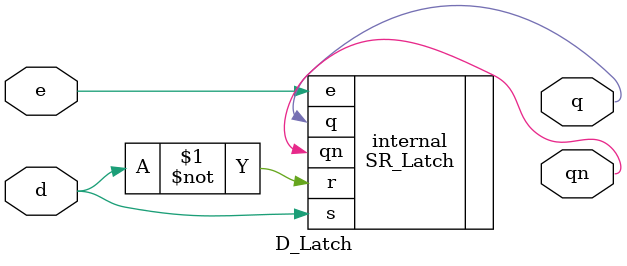
<source format=v>
module D_Latch(
	d, q, qn, e
    );
	 
	output q;
   output qn;
   input  e;   
   input  d;

	SR_Latch internal (
    .q   (q),
    .qn   (qn),
    .e (e),
    .s   (d),
	 .r	(~d)
  );

endmodule

</source>
